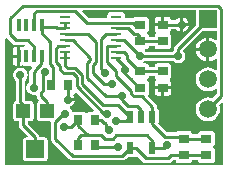
<source format=gtl>
G04 Layer_Physical_Order=1*
G04 Layer_Color=255*
%FSLAX23Y23*%
%MOIN*%
G70*
G01*
G75*
%ADD10R,0.018X0.043*%
%ADD11R,0.022X0.039*%
%ADD12R,0.035X0.031*%
%ADD13R,0.063X0.059*%
%ADD14R,0.047X0.047*%
%ADD15R,0.031X0.035*%
%ADD16R,0.038X0.011*%
%ADD17C,0.010*%
%ADD18R,0.059X0.059*%
%ADD19C,0.059*%
%ADD20C,0.028*%
G36*
X650Y530D02*
Y482D01*
X580Y412D01*
X577Y407D01*
X576Y401D01*
Y397D01*
X574Y395D01*
X572Y393D01*
X481D01*
X479Y397D01*
X480Y401D01*
X483D01*
X487Y402D01*
X490Y404D01*
X492Y408D01*
X493Y412D01*
Y412D01*
X512D01*
Y412D01*
X513Y408D01*
X515Y404D01*
X518Y402D01*
X522Y401D01*
X558D01*
X562Y402D01*
X565Y404D01*
X567Y408D01*
X568Y412D01*
Y443D01*
X567Y447D01*
X565Y450D01*
X562Y452D01*
X562Y455D01*
X562Y458D01*
X565Y460D01*
X567Y463D01*
X568Y467D01*
Y467D01*
X584D01*
X585Y465D01*
X593Y460D01*
X597Y459D01*
Y483D01*
Y506D01*
X593Y505D01*
X585Y500D01*
X584Y498D01*
X568D01*
Y498D01*
X567Y502D01*
X565Y506D01*
X562Y508D01*
X558Y509D01*
X545D01*
Y483D01*
X540D01*
Y478D01*
X512D01*
Y467D01*
X513Y463D01*
X515Y460D01*
X518Y458D01*
X518Y455D01*
X518Y452D01*
X515Y450D01*
X513Y447D01*
X512Y443D01*
Y443D01*
X493D01*
Y443D01*
X492Y447D01*
X490Y450D01*
X487Y452D01*
X487Y455D01*
X487Y458D01*
X490Y460D01*
X492Y463D01*
X493Y467D01*
Y498D01*
X492Y502D01*
X490Y506D01*
X487Y508D01*
X483Y509D01*
X447D01*
X443Y508D01*
X440Y506D01*
X439Y505D01*
X439Y505D01*
X413D01*
Y515D01*
X412Y518D01*
X410Y522D01*
X407Y524D01*
X403Y525D01*
X366D01*
X362Y524D01*
X358Y522D01*
X356Y518D01*
X355Y515D01*
Y505D01*
X292D01*
X271Y527D01*
X272Y531D01*
X649D01*
X650Y530D01*
D02*
G37*
G36*
X720Y460D02*
Y433D01*
X715Y431D01*
X710Y435D01*
X700Y439D01*
X695Y439D01*
Y400D01*
Y361D01*
X700Y361D01*
X710Y365D01*
X715Y369D01*
X720Y367D01*
Y333D01*
X715Y331D01*
X710Y335D01*
X700Y339D01*
X690Y340D01*
X680Y339D01*
X670Y335D01*
X662Y328D01*
X655Y320D01*
X651Y310D01*
X650Y300D01*
X651Y290D01*
X655Y280D01*
X662Y272D01*
X670Y265D01*
X680Y261D01*
X690Y260D01*
X700Y261D01*
X710Y265D01*
X715Y269D01*
X720Y267D01*
Y251D01*
X705Y237D01*
X700Y239D01*
X690Y240D01*
X680Y239D01*
X670Y235D01*
X662Y228D01*
X655Y220D01*
X651Y210D01*
X650Y200D01*
X651Y190D01*
X655Y180D01*
X662Y172D01*
X670Y165D01*
X680Y161D01*
X690Y160D01*
X700Y161D01*
X710Y165D01*
X718Y172D01*
X725Y180D01*
X729Y190D01*
X730Y200D01*
X729Y210D01*
X727Y215D01*
X735Y223D01*
X740Y222D01*
Y15D01*
X15D01*
Y436D01*
X16Y437D01*
X20Y438D01*
X39Y419D01*
X44Y416D01*
X50Y415D01*
X79D01*
X79Y414D01*
X77Y409D01*
X76D01*
X72Y409D01*
X72Y409D01*
X72Y409D01*
X68Y409D01*
X64D01*
Y378D01*
Y346D01*
X68D01*
X72Y347D01*
X72Y347D01*
X72Y347D01*
X76Y346D01*
X94D01*
X98Y347D01*
X101Y344D01*
X102Y342D01*
X102Y341D01*
X102Y340D01*
X102Y338D01*
X99Y336D01*
X96Y331D01*
X95Y325D01*
Y291D01*
X92Y290D01*
X87Y282D01*
X85Y273D01*
X87Y263D01*
X92Y255D01*
X100Y250D01*
X110Y248D01*
X115Y249D01*
X120Y245D01*
Y245D01*
X121Y239D01*
X124Y234D01*
X126Y233D01*
X124Y227D01*
X123Y226D01*
X121Y223D01*
X120Y219D01*
Y171D01*
X121Y167D01*
X123Y164D01*
X126Y162D01*
X130Y161D01*
X163D01*
X166Y157D01*
X166Y157D01*
Y103D01*
X167Y97D01*
X170Y92D01*
X228Y34D01*
X233Y31D01*
X239Y30D01*
X405D01*
X411Y31D01*
X416Y34D01*
X422Y40D01*
X441D01*
X445Y41D01*
X448Y43D01*
X454Y43D01*
X471Y27D01*
X476Y23D01*
X482Y22D01*
X558D01*
X564Y23D01*
X569Y27D01*
X574Y32D01*
X582D01*
Y32D01*
X583Y28D01*
X585Y24D01*
X588Y22D01*
X592Y21D01*
X628D01*
X632Y22D01*
X635Y24D01*
X637Y28D01*
X638Y32D01*
Y32D01*
X647Y32D01*
X657D01*
Y32D01*
X658Y28D01*
X660Y24D01*
X663Y22D01*
X667Y21D01*
X703D01*
X707Y22D01*
X710Y24D01*
X712Y28D01*
X713Y32D01*
Y63D01*
X712Y67D01*
X710Y70D01*
X707Y72D01*
X707Y75D01*
X707Y78D01*
X710Y80D01*
X712Y83D01*
X713Y87D01*
Y118D01*
X712Y122D01*
X710Y126D01*
X707Y128D01*
X703Y129D01*
X667D01*
X663Y128D01*
X660Y126D01*
X658Y122D01*
X657Y118D01*
Y118D01*
X647D01*
X647Y118D01*
X647Y118D01*
X638Y118D01*
X638Y118D01*
X637Y122D01*
X635Y126D01*
X632Y128D01*
X628Y129D01*
X592D01*
X588Y128D01*
X585Y126D01*
X584Y124D01*
X552D01*
X524Y152D01*
X525Y153D01*
X526Y157D01*
Y196D01*
X525Y200D01*
X523Y203D01*
X520Y205D01*
Y208D01*
X519Y214D01*
X516Y219D01*
X489Y245D01*
X490Y249D01*
X492Y253D01*
X493Y257D01*
Y288D01*
X492Y292D01*
X490Y295D01*
X487Y297D01*
X487Y300D01*
X487Y303D01*
X490Y305D01*
X492Y308D01*
X493Y312D01*
Y312D01*
X502Y312D01*
X512D01*
Y312D01*
X513Y308D01*
X515Y305D01*
X518Y303D01*
X518Y300D01*
X518Y297D01*
X515Y295D01*
X513Y292D01*
X512Y288D01*
Y277D01*
X540D01*
X568D01*
Y288D01*
X567Y292D01*
X565Y295D01*
X562Y297D01*
X562Y300D01*
X562Y303D01*
X565Y305D01*
X567Y308D01*
X568Y312D01*
Y343D01*
X567Y347D01*
X565Y351D01*
X562Y353D01*
X558Y354D01*
X522D01*
X518Y353D01*
X515Y351D01*
X513Y347D01*
X512Y343D01*
Y343D01*
X502D01*
X502Y343D01*
X502Y343D01*
X493Y343D01*
X493Y343D01*
X492Y347D01*
X490Y351D01*
X487Y353D01*
X483Y354D01*
X477D01*
X475Y359D01*
X479Y361D01*
X480Y363D01*
X572D01*
X574Y361D01*
X582Y355D01*
X591Y354D01*
X600Y355D01*
X608Y361D01*
X614Y369D01*
X615Y378D01*
X614Y387D01*
X608Y395D01*
X608Y397D01*
X672Y460D01*
X720D01*
X720Y460D01*
D02*
G37*
G36*
X310Y198D02*
X308Y193D01*
X297D01*
X293Y192D01*
X290Y190D01*
X288Y187D01*
X285Y187D01*
X282Y187D01*
X280Y190D01*
X277Y192D01*
X273Y193D01*
X242D01*
X238Y192D01*
X238Y194D01*
X232Y202D01*
X229Y204D01*
X230Y210D01*
X232Y210D01*
X240Y215D01*
X245Y223D01*
X246Y228D01*
X223D01*
Y238D01*
X246D01*
X245Y242D01*
X241Y248D01*
X242Y250D01*
X243Y253D01*
X243Y253D01*
X246Y255D01*
X246Y255D01*
X252Y256D01*
X310Y198D01*
D02*
G37*
%LPC*%
G36*
X535Y509D02*
X522D01*
X518Y508D01*
X515Y506D01*
X513Y502D01*
X512Y498D01*
Y488D01*
X535D01*
Y509D01*
D02*
G37*
G36*
X607Y506D02*
Y488D01*
X626D01*
X625Y492D01*
X620Y500D01*
X612Y505D01*
X607Y506D01*
D02*
G37*
G36*
X626Y478D02*
X607D01*
Y459D01*
X612Y460D01*
X620Y465D01*
X625Y473D01*
X626Y478D01*
D02*
G37*
G36*
X568Y267D02*
X545D01*
Y246D01*
X558D01*
X562Y247D01*
X565Y249D01*
X567Y253D01*
X568Y257D01*
Y267D01*
D02*
G37*
G36*
X54Y373D02*
X40D01*
Y356D01*
X41Y352D01*
X43Y349D01*
X47Y347D01*
X51Y346D01*
X54D01*
Y373D01*
D02*
G37*
G36*
X535Y267D02*
X512D01*
Y257D01*
X513Y253D01*
X515Y249D01*
X518Y247D01*
X522Y246D01*
X535D01*
Y267D01*
D02*
G37*
G36*
X65Y339D02*
X56Y338D01*
X48Y332D01*
X42Y324D01*
X41Y315D01*
X42Y306D01*
X48Y298D01*
X50Y296D01*
Y228D01*
X47Y228D01*
X44Y226D01*
X42Y223D01*
X41Y219D01*
Y171D01*
X42Y167D01*
X44Y164D01*
X47Y162D01*
X51Y161D01*
X60D01*
Y147D01*
X61Y141D01*
X64Y136D01*
X89Y111D01*
X87Y107D01*
X83D01*
X79Y106D01*
X76Y104D01*
X73Y100D01*
X73Y97D01*
Y38D01*
X73Y34D01*
X76Y30D01*
X79Y28D01*
X83Y27D01*
X146D01*
X150Y28D01*
X153Y30D01*
X155Y34D01*
X156Y38D01*
Y97D01*
X155Y100D01*
X153Y104D01*
X150Y106D01*
X146Y107D01*
X130D01*
Y108D01*
X128Y113D01*
X125Y118D01*
X90Y153D01*
Y161D01*
X99D01*
X103Y162D01*
X106Y164D01*
X108Y167D01*
X109Y171D01*
Y219D01*
X108Y223D01*
X106Y226D01*
X103Y228D01*
X99Y229D01*
X83D01*
X80Y231D01*
Y296D01*
X82Y298D01*
X88Y306D01*
X89Y315D01*
X88Y324D01*
X82Y332D01*
X74Y338D01*
X65Y339D01*
D02*
G37*
G36*
X685Y395D02*
X651D01*
X651Y390D01*
X655Y380D01*
X662Y372D01*
X670Y365D01*
X680Y361D01*
X685Y361D01*
Y395D01*
D02*
G37*
G36*
X54Y409D02*
X51D01*
X47Y409D01*
X43Y407D01*
X41Y403D01*
X40Y399D01*
Y383D01*
X54D01*
Y409D01*
D02*
G37*
G36*
X685Y439D02*
X680Y439D01*
X670Y435D01*
X662Y428D01*
X655Y420D01*
X651Y410D01*
X651Y405D01*
X685D01*
Y439D01*
D02*
G37*
%LPD*%
D10*
X111Y480D02*
D03*
X85D02*
D03*
X59D02*
D03*
X136Y378D02*
D03*
X111D02*
D03*
X85D02*
D03*
X59D02*
D03*
X136Y480D02*
D03*
D11*
X430Y176D02*
D03*
X467D02*
D03*
X505D02*
D03*
Y70D02*
D03*
X430D02*
D03*
D12*
X685Y103D02*
D03*
Y47D02*
D03*
X465Y328D02*
D03*
Y272D02*
D03*
X610Y103D02*
D03*
Y47D02*
D03*
X540Y328D02*
D03*
Y272D02*
D03*
Y427D02*
D03*
Y483D02*
D03*
X465Y427D02*
D03*
Y483D02*
D03*
D13*
X114Y67D02*
D03*
D14*
X75Y195D02*
D03*
X154D02*
D03*
D15*
X257Y165D02*
D03*
X313D02*
D03*
X257Y80D02*
D03*
X313D02*
D03*
X167Y280D02*
D03*
X223D02*
D03*
D16*
X215Y371D02*
D03*
Y391D02*
D03*
Y411D02*
D03*
Y430D02*
D03*
Y450D02*
D03*
Y470D02*
D03*
Y489D02*
D03*
Y509D02*
D03*
X384D02*
D03*
Y489D02*
D03*
Y470D02*
D03*
Y450D02*
D03*
Y430D02*
D03*
Y411D02*
D03*
Y391D02*
D03*
Y371D02*
D03*
D17*
X380Y166D02*
X385Y161D01*
X386Y160D02*
X414D01*
X430Y176D01*
X288Y306D02*
Y354D01*
X545Y70D02*
X555Y80D01*
X604Y109D02*
X610Y103D01*
X546Y109D02*
X604D01*
X505Y150D02*
X546Y109D01*
X434Y300D02*
X461Y272D01*
X252Y278D02*
X345Y185D01*
X270Y285D02*
X339Y216D01*
X348Y156D02*
X351Y153D01*
X343Y156D02*
X348D01*
X334Y165D02*
X343Y156D01*
X313Y165D02*
X334D01*
X385Y160D02*
Y161D01*
X345Y185D02*
X355D01*
X351Y139D02*
X360Y130D01*
X351Y139D02*
Y153D01*
X335Y335D02*
Y365D01*
X270Y285D02*
Y315D01*
X252Y278D02*
Y308D01*
X240Y320D02*
X252Y308D01*
X247Y338D02*
X270Y315D01*
X298Y364D02*
Y371D01*
X288Y354D02*
X298Y364D01*
X306Y323D02*
Y347D01*
X316Y357D01*
Y424D01*
X239Y430D02*
X298Y371D01*
X348Y101D02*
X372D01*
X335Y114D02*
X348Y101D01*
X290Y114D02*
X335D01*
X352Y373D02*
X353Y372D01*
X352Y373D02*
Y411D01*
X318Y75D02*
X390D01*
X313Y80D02*
X318Y75D01*
X385Y114D02*
X486D01*
X372Y101D02*
X385Y114D01*
X139Y316D02*
X146Y324D01*
X132Y351D02*
Y374D01*
X125Y343D02*
X132Y351D01*
X125Y343D02*
X125D01*
X116Y334D02*
X125Y343D01*
X116Y331D02*
Y334D01*
X110Y325D02*
X116Y331D01*
X110Y273D02*
Y325D01*
X65Y225D02*
Y315D01*
X167Y280D02*
X175Y288D01*
X65Y225D02*
X80Y210D01*
X183Y359D02*
Y403D01*
Y359D02*
X197Y346D01*
Y333D02*
Y346D01*
X132Y374D02*
X136Y378D01*
X175Y288D02*
Y342D01*
X165Y352D02*
X175Y342D01*
X165Y352D02*
Y425D01*
X197Y333D02*
X210Y320D01*
X647Y47D02*
X685D01*
X610Y47D02*
X647Y47D01*
X430Y70D02*
X449D01*
X647Y103D02*
X685D01*
X610Y103D02*
X647Y103D01*
X352Y411D02*
X384D01*
X505Y176D02*
Y208D01*
X502Y328D02*
X540D01*
X465Y328D02*
X502Y328D01*
X461Y272D02*
X465D01*
X349Y450D02*
X384D01*
X334Y435D02*
X349Y450D01*
X465Y427D02*
X540D01*
X384Y470D02*
X424D01*
X446Y483D02*
X465D01*
X439Y489D02*
X446Y483D01*
X384Y489D02*
X439D01*
X286D02*
X384D01*
X247Y528D02*
X286Y489D01*
X119Y528D02*
X247D01*
X111Y520D02*
X119Y528D01*
X111Y480D02*
Y520D01*
X486Y114D02*
X505Y95D01*
X114Y67D02*
Y108D01*
X75Y147D02*
X114Y108D01*
X75Y147D02*
Y195D01*
X182Y474D02*
X186Y470D01*
X215D01*
Y489D01*
Y371D02*
Y391D01*
X154Y195D02*
Y226D01*
X505Y70D02*
Y95D01*
Y150D02*
Y176D01*
X568Y47D02*
X610D01*
X505Y70D02*
X545D01*
X191Y411D02*
X215D01*
X135Y245D02*
X154Y226D01*
X183Y403D02*
X191Y410D01*
X191D01*
Y411D01*
X136Y454D02*
X165Y425D01*
X136Y454D02*
Y474D01*
Y480D01*
X215Y345D02*
Y371D01*
Y345D02*
X222Y338D01*
X334Y366D02*
Y435D01*
X424Y470D02*
X444Y450D01*
X455D01*
X465Y440D01*
Y427D02*
Y440D01*
X239Y45D02*
X405D01*
X430Y70D01*
X70Y200D02*
X75Y195D01*
X30Y504D02*
X72Y546D01*
X30Y450D02*
Y504D01*
Y450D02*
X50Y430D01*
X90D01*
X111Y409D01*
Y378D02*
Y409D01*
X482Y37D02*
X558D01*
X449Y70D02*
X482Y37D01*
X558D02*
X568Y47D01*
X334Y366D02*
X335Y365D01*
X222Y338D02*
X247D01*
X210Y320D02*
X240D01*
X215Y450D02*
X215Y450D01*
X290D01*
X316Y424D01*
X215Y430D02*
X215Y430D01*
X239D01*
X467Y176D02*
Y198D01*
X139Y261D02*
Y316D01*
X135Y257D02*
X139Y261D01*
X135Y245D02*
Y257D01*
X110Y273D02*
X110Y273D01*
X384Y371D02*
X415Y341D01*
Y319D02*
X434Y300D01*
X353Y359D02*
Y372D01*
X415Y319D02*
Y330D01*
Y341D01*
X353Y359D02*
X360Y352D01*
X335Y335D02*
X347Y323D01*
X348D01*
X360Y352D02*
X360D01*
X384Y328D01*
Y313D02*
Y328D01*
X306Y323D02*
X344Y285D01*
X370D01*
X288Y306D02*
X349Y245D01*
X339Y216D02*
X390D01*
X430Y176D01*
X442Y244D02*
X469D01*
X505Y208D01*
X434Y251D02*
X442Y244D01*
X434Y251D02*
Y262D01*
X384Y313D02*
X434Y262D01*
X349Y245D02*
X405D01*
X690Y200D02*
X735Y245D01*
Y535D01*
X72Y546D02*
X724D01*
X735Y535D01*
X540Y483D02*
X602D01*
X405Y230D02*
Y245D01*
Y230D02*
X425Y210D01*
X455D01*
X467Y198D01*
X268Y114D02*
X290D01*
X257Y146D02*
X290Y114D01*
X257Y146D02*
Y165D01*
Y80D02*
Y104D01*
X268Y114D01*
X210Y140D02*
X232D01*
X181Y103D02*
Y157D01*
X232Y140D02*
X257Y165D01*
X181Y103D02*
X239Y45D01*
X215Y185D02*
Y191D01*
X223Y233D02*
Y280D01*
X181Y157D02*
X215Y191D01*
X384Y391D02*
X410D01*
X420Y381D01*
Y368D02*
Y381D01*
X430Y410D02*
X450Y390D01*
X462Y378D02*
Y379D01*
X450Y390D02*
X462Y378D01*
X450Y390D02*
X451D01*
X462Y379D01*
X384Y430D02*
X410D01*
X451Y390D01*
X420Y368D02*
X460Y328D01*
X465D01*
X70Y200D02*
X80Y210D01*
X136Y474D02*
X182D01*
X385Y161D02*
X386Y160D01*
X591Y401D02*
X690Y500D01*
X591Y378D02*
Y401D01*
X463Y378D02*
X591D01*
X462Y379D02*
X463Y378D01*
D18*
X690Y500D02*
D03*
D19*
Y400D02*
D03*
Y300D02*
D03*
Y200D02*
D03*
D20*
X555Y80D02*
D03*
X385Y160D02*
D03*
X355Y185D02*
D03*
X360Y130D02*
D03*
X390Y75D02*
D03*
X146Y324D02*
D03*
X65Y315D02*
D03*
X110Y273D02*
D03*
X415Y330D02*
D03*
X348Y323D02*
D03*
X370Y285D02*
D03*
X405Y245D02*
D03*
X602Y483D02*
D03*
X210Y140D02*
D03*
X215Y185D02*
D03*
X223Y233D02*
D03*
X462Y378D02*
D03*
X591Y378D02*
D03*
M02*

</source>
